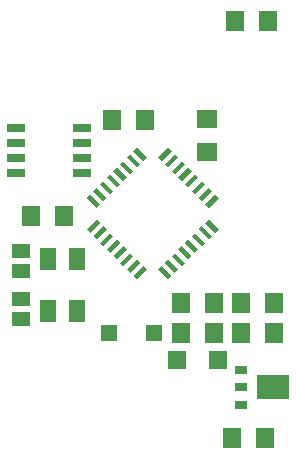
<source format=gbr>
G04 EAGLE Gerber RS-274X export*
G75*
%MOMM*%
%FSLAX34Y34*%
%LPD*%
%INSolderpaste Top*%
%IPPOS*%
%AMOC8*
5,1,8,0,0,1.08239X$1,22.5*%
G01*
%ADD10R,1.400000X1.400000*%
%ADD11R,1.100000X0.700000*%
%ADD12R,2.800000X2.000000*%
%ADD13R,1.200000X0.400000*%
%ADD14R,1.800000X1.600000*%
%ADD15R,1.524000X0.711200*%
%ADD16R,1.400000X1.900000*%
%ADD17R,1.500000X1.300000*%
%ADD18R,1.600000X1.800000*%
%ADD19R,1.600000X1.600000*%
%ADD20R,1.600000X1.803000*%


D10*
X217120Y114300D03*
X179120Y114300D03*
D11*
X291110Y53580D03*
X291110Y83580D03*
D12*
X317610Y68580D03*
D11*
X291110Y68580D03*
D13*
G36*
X191151Y243478D02*
X182667Y251962D01*
X185495Y254790D01*
X193979Y246306D01*
X191151Y243478D01*
G37*
G36*
X196808Y249135D02*
X188324Y257619D01*
X191152Y260447D01*
X199636Y251963D01*
X196808Y249135D01*
G37*
G36*
X202465Y254792D02*
X193981Y263276D01*
X196809Y266104D01*
X205293Y257620D01*
X202465Y254792D01*
G37*
G36*
X208121Y260449D02*
X199637Y268933D01*
X202465Y271761D01*
X210949Y263277D01*
X208121Y260449D01*
G37*
G36*
X185494Y237821D02*
X177010Y246305D01*
X179838Y249133D01*
X188322Y240649D01*
X185494Y237821D01*
G37*
G36*
X179837Y232164D02*
X171353Y240648D01*
X174181Y243476D01*
X182665Y234992D01*
X179837Y232164D01*
G37*
G36*
X174180Y226507D02*
X165696Y234991D01*
X168524Y237819D01*
X177008Y229335D01*
X174180Y226507D01*
G37*
G36*
X168523Y220851D02*
X160039Y229335D01*
X162867Y232163D01*
X171351Y223679D01*
X168523Y220851D01*
G37*
G36*
X251962Y182667D02*
X243478Y191151D01*
X246306Y193979D01*
X254790Y185495D01*
X251962Y182667D01*
G37*
G36*
X257619Y188324D02*
X249135Y196808D01*
X251963Y199636D01*
X260447Y191152D01*
X257619Y188324D01*
G37*
G36*
X263276Y193981D02*
X254792Y202465D01*
X257620Y205293D01*
X266104Y196809D01*
X263276Y193981D01*
G37*
G36*
X268933Y199637D02*
X260449Y208121D01*
X263277Y210949D01*
X271761Y202465D01*
X268933Y199637D01*
G37*
G36*
X246305Y177010D02*
X237821Y185494D01*
X240649Y188322D01*
X249133Y179838D01*
X246305Y177010D01*
G37*
G36*
X240648Y171353D02*
X232164Y179837D01*
X234992Y182665D01*
X243476Y174181D01*
X240648Y171353D01*
G37*
G36*
X234991Y165696D02*
X226507Y174180D01*
X229335Y177008D01*
X237819Y168524D01*
X234991Y165696D01*
G37*
G36*
X229335Y160039D02*
X220851Y168523D01*
X223679Y171351D01*
X232163Y162867D01*
X229335Y160039D01*
G37*
G36*
X249133Y251962D02*
X240649Y243478D01*
X237821Y246306D01*
X246305Y254790D01*
X249133Y251962D01*
G37*
G36*
X243476Y257619D02*
X234992Y249135D01*
X232164Y251963D01*
X240648Y260447D01*
X243476Y257619D01*
G37*
G36*
X237819Y263276D02*
X229335Y254792D01*
X226507Y257620D01*
X234991Y266104D01*
X237819Y263276D01*
G37*
G36*
X232163Y268933D02*
X223679Y260449D01*
X220851Y263277D01*
X229335Y271761D01*
X232163Y268933D01*
G37*
G36*
X254790Y246305D02*
X246306Y237821D01*
X243478Y240649D01*
X251962Y249133D01*
X254790Y246305D01*
G37*
G36*
X260447Y240648D02*
X251963Y232164D01*
X249135Y234992D01*
X257619Y243476D01*
X260447Y240648D01*
G37*
G36*
X266104Y234991D02*
X257620Y226507D01*
X254792Y229335D01*
X263276Y237819D01*
X266104Y234991D01*
G37*
G36*
X271761Y229335D02*
X263277Y220851D01*
X260449Y223679D01*
X268933Y232163D01*
X271761Y229335D01*
G37*
G36*
X188322Y191151D02*
X179838Y182667D01*
X177010Y185495D01*
X185494Y193979D01*
X188322Y191151D01*
G37*
G36*
X182665Y196808D02*
X174181Y188324D01*
X171353Y191152D01*
X179837Y199636D01*
X182665Y196808D01*
G37*
G36*
X177008Y202465D02*
X168524Y193981D01*
X165696Y196809D01*
X174180Y205293D01*
X177008Y202465D01*
G37*
G36*
X171351Y208121D02*
X162867Y199637D01*
X160039Y202465D01*
X168523Y210949D01*
X171351Y208121D01*
G37*
G36*
X193979Y185494D02*
X185495Y177010D01*
X182667Y179838D01*
X191151Y188322D01*
X193979Y185494D01*
G37*
G36*
X199636Y179837D02*
X191152Y171353D01*
X188324Y174181D01*
X196808Y182665D01*
X199636Y179837D01*
G37*
G36*
X205293Y174180D02*
X196809Y165696D01*
X193981Y168524D01*
X202465Y177008D01*
X205293Y174180D01*
G37*
G36*
X210949Y168523D02*
X202465Y160039D01*
X199637Y162867D01*
X208121Y171351D01*
X210949Y168523D01*
G37*
D14*
X261620Y295940D03*
X261620Y267940D03*
D15*
X156210Y250190D03*
X156210Y262890D03*
X156210Y275590D03*
X156210Y288290D03*
X100330Y288290D03*
X100330Y275590D03*
X100330Y262890D03*
X100330Y250190D03*
D16*
X151700Y132940D03*
X151700Y176940D03*
X127700Y176940D03*
X127700Y132940D03*
D17*
X104140Y183760D03*
X104140Y166760D03*
X104140Y126120D03*
X104140Y143120D03*
D18*
X313720Y378460D03*
X285720Y378460D03*
D19*
X237000Y91440D03*
X271000Y91440D03*
D18*
X268000Y139700D03*
X240000Y139700D03*
X311180Y25400D03*
X283180Y25400D03*
D20*
X319020Y139700D03*
X290580Y139700D03*
X319020Y114300D03*
X290580Y114300D03*
D18*
X268000Y114300D03*
X240000Y114300D03*
X209580Y294640D03*
X181580Y294640D03*
D20*
X112780Y213360D03*
X141220Y213360D03*
M02*

</source>
